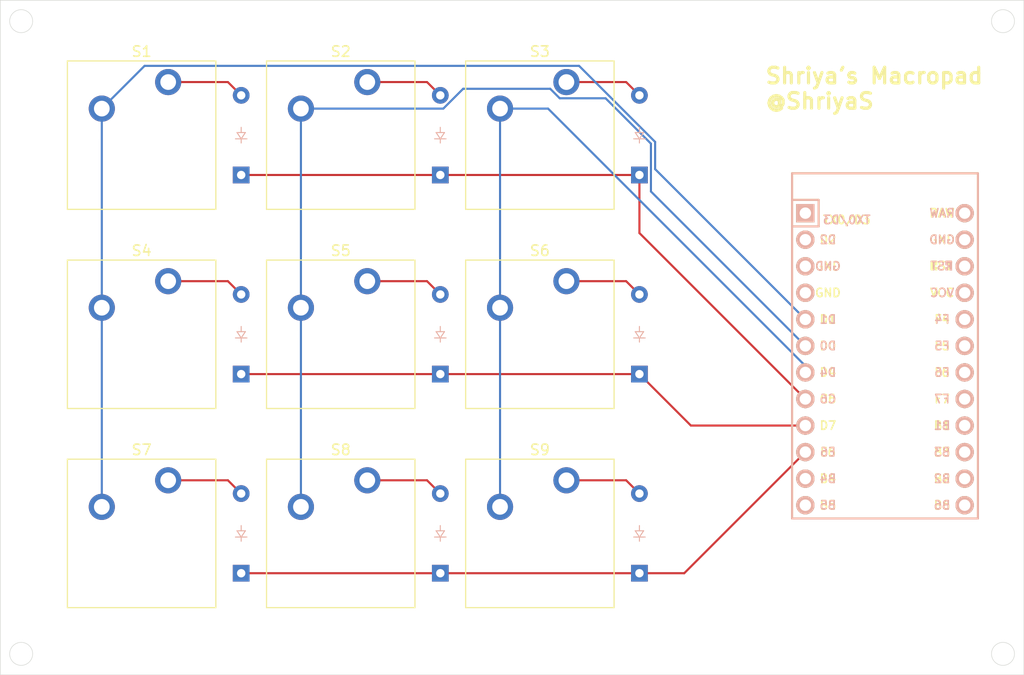
<source format=kicad_pcb>
(kicad_pcb (version 20241229) (generator "pcbnew") (generator_version "9.0")
  (layers (0 "F.Cu" signal) (2 "B.Cu" signal) (13 "F.Paste" user) (15 "B.Paste" user) (5 "F.SilkS" user "F.Silkscreen") (7 "B.SilkS" user "B.Silkscreen") (1 "F.Mask" user) (3 "B.Mask" user) (25 "Edge.Cuts" user))
  (net 0 "")
  (net 1 "Net-(D1-A)")
  (net 2 "Column 0")
  (net 3 "Column 1")
  (net 4 "Net-(D2-A)")
  (net 5 "Net-(D3-A)")
  (net 6 "Column 2")
  (net 7 "Net-(D4-A)")
  (net 8 "Net-(D5-A)")
  (net 9 "Net-(D6-A)")
  (net 10 "Net-(D7-A)")
  (net 11 "Net-(D8-A)")
  (net 12 "Net-(D9-A)")
  (net 22 "Row 1")
  (net 25 "Row 2")
  (net 33 "Row 0")
  (footprint "ScottoKeebs_MX:MX_PCB_1.00u" (layer "F.Cu") (at 100.33 95.25)
    (property "Reference" "S4" (at 0 -8 0) (layer "F.SilkS"))
    (property "Value" "Keyswitch")
    (fp_line (start -7.1 -7.1) (end -7.1 7.1) (stroke (width 0.12)) (layer "F.SilkS"))
    (fp_line (start -7.1 7.1) (end 7.1 7.1) (stroke (width 0.12)) (layer "F.SilkS"))
    (fp_line (start 7.1 -7.1) (end -7.1 -7.1) (stroke (width 0.12)) (layer "F.SilkS"))
    (fp_line (start 7.1 7.1) (end 7.1 -7.1) (stroke (width 0.12)) (layer "F.SilkS"))
    (pad "" np_thru_hole circle (at -5.08 0) (size 1.75 1.75) (drill 1.75) (layers "*.Cu" "*.Mask"))
    (pad "" np_thru_hole circle (at 0 0) (size 4 4) (drill 4) (layers "*.Cu" "*.Mask"))
    (pad "" np_thru_hole circle (at 5.08 0) (size 1.75 1.75) (drill 1.75) (layers "*.Cu" "*.Mask"))
    (pad "1" thru_hole circle (at -3.81 -2.54) (size 2.5 2.5) (drill 1.5) (layers "*.Cu" "*.Mask") (net 2 "Column 0"))
    (pad "2" thru_hole circle (at 2.54 -5.08) (size 2.5 2.5) (drill 1.5) (layers "*.Cu" "*.Mask") (net 7 "Net-(D4-A)"))
  )
  (footprint "ScottoKeebs_MX:MX_PCB_1.00u" (layer "F.Cu") (at 138.43 95.25)
    (property "Reference" "S6" (at 0 -8 0) (layer "F.SilkS"))
    (property "Value" "Keyswitch")
    (fp_line (start -7.1 -7.1) (end -7.1 7.1) (stroke (width 0.12)) (layer "F.SilkS"))
    (fp_line (start -7.1 7.1) (end 7.1 7.1) (stroke (width 0.12)) (layer "F.SilkS"))
    (fp_line (start 7.1 -7.1) (end -7.1 -7.1) (stroke (width 0.12)) (layer "F.SilkS"))
    (fp_line (start 7.1 7.1) (end 7.1 -7.1) (stroke (width 0.12)) (layer "F.SilkS"))
    (pad "" np_thru_hole circle (at -5.08 0) (size 1.75 1.75) (drill 1.75) (layers "*.Cu" "*.Mask"))
    (pad "" np_thru_hole circle (at 0 0) (size 4 4) (drill 4) (layers "*.Cu" "*.Mask"))
    (pad "" np_thru_hole circle (at 5.08 0) (size 1.75 1.75) (drill 1.75) (layers "*.Cu" "*.Mask"))
    (pad "1" thru_hole circle (at -3.81 -2.54) (size 2.5 2.5) (drill 1.5) (layers "*.Cu" "*.Mask") (net 6 "Column 2"))
    (pad "2" thru_hole circle (at 2.54 -5.08) (size 2.5 2.5) (drill 1.5) (layers "*.Cu" "*.Mask") (net 9 "Net-(D6-A)"))
  )
  (footprint "ScottoKeebs_MX:MX_PCB_1.00u" (layer "F.Cu") (at 138.43 114.3)
    (property "Reference" "S9" (at 0 -8 0) (layer "F.SilkS"))
    (property "Value" "Keyswitch")
    (fp_line (start -7.1 -7.1) (end -7.1 7.1) (stroke (width 0.12)) (layer "F.SilkS"))
    (fp_line (start -7.1 7.1) (end 7.1 7.1) (stroke (width 0.12)) (layer "F.SilkS"))
    (fp_line (start 7.1 -7.1) (end -7.1 -7.1) (stroke (width 0.12)) (layer "F.SilkS"))
    (fp_line (start 7.1 7.1) (end 7.1 -7.1) (stroke (width 0.12)) (layer "F.SilkS"))
    (pad "" np_thru_hole circle (at -5.08 0) (size 1.75 1.75) (drill 1.75) (layers "*.Cu" "*.Mask"))
    (pad "" np_thru_hole circle (at 0 0) (size 4 4) (drill 4) (layers "*.Cu" "*.Mask"))
    (pad "" np_thru_hole circle (at 5.08 0) (size 1.75 1.75) (drill 1.75) (layers "*.Cu" "*.Mask"))
    (pad "1" thru_hole circle (at -3.81 -2.54) (size 2.5 2.5) (drill 1.5) (layers "*.Cu" "*.Mask") (net 6 "Column 2"))
    (pad "2" thru_hole circle (at 2.54 -5.08) (size 2.5 2.5) (drill 1.5) (layers "*.Cu" "*.Mask") (net 12 "Net-(D9-A)"))
  )
  (footprint "ScottoKeebs_MX:MX_PCB_1.00u" (layer "F.Cu") (at 119.38 95.25)
    (property "Reference" "S5" (at 0 -8 0) (layer "F.SilkS"))
    (property "Value" "Keyswitch")
    (fp_line (start -7.1 -7.1) (end -7.1 7.1) (stroke (width 0.12)) (layer "F.SilkS"))
    (fp_line (start -7.1 7.1) (end 7.1 7.1) (stroke (width 0.12)) (layer "F.SilkS"))
    (fp_line (start 7.1 -7.1) (end -7.1 -7.1) (stroke (width 0.12)) (layer "F.SilkS"))
    (fp_line (start 7.1 7.1) (end 7.1 -7.1) (stroke (width 0.12)) (layer "F.SilkS"))
    (pad "" np_thru_hole circle (at -5.08 0) (size 1.75 1.75) (drill 1.75) (layers "*.Cu" "*.Mask"))
    (pad "" np_thru_hole circle (at 0 0) (size 4 4) (drill 4) (layers "*.Cu" "*.Mask"))
    (pad "" np_thru_hole circle (at 5.08 0) (size 1.75 1.75) (drill 1.75) (layers "*.Cu" "*.Mask"))
    (pad "1" thru_hole circle (at -3.81 -2.54) (size 2.5 2.5) (drill 1.5) (layers "*.Cu" "*.Mask") (net 3 "Column 1"))
    (pad "2" thru_hole circle (at 2.54 -5.08) (size 2.5 2.5) (drill 1.5) (layers "*.Cu" "*.Mask") (net 8 "Net-(D5-A)"))
  )
  (footprint "ScottoKeebs_MX:MX_PCB_1.00u" (layer "F.Cu") (at 119.38 76.2)
    (property "Reference" "S2" (at 0 -8 0) (layer "F.SilkS"))
    (property "Value" "Keyswitch")
    (fp_line (start -7.1 -7.1) (end -7.1 7.1) (stroke (width 0.12)) (layer "F.SilkS"))
    (fp_line (start -7.1 7.1) (end 7.1 7.1) (stroke (width 0.12)) (layer "F.SilkS"))
    (fp_line (start 7.1 -7.1) (end -7.1 -7.1) (stroke (width 0.12)) (layer "F.SilkS"))
    (fp_line (start 7.1 7.1) (end 7.1 -7.1) (stroke (width 0.12)) (layer "F.SilkS"))
    (pad "" np_thru_hole circle (at -5.08 0) (size 1.75 1.75) (drill 1.75) (layers "*.Cu" "*.Mask"))
    (pad "" np_thru_hole circle (at 0 0) (size 4 4) (drill 4) (layers "*.Cu" "*.Mask"))
    (pad "" np_thru_hole circle (at 5.08 0) (size 1.75 1.75) (drill 1.75) (layers "*.Cu" "*.Mask"))
    (pad "1" thru_hole circle (at -3.81 -2.54) (size 2.5 2.5) (drill 1.5) (layers "*.Cu" "*.Mask") (net 3 "Column 1"))
    (pad "2" thru_hole circle (at 2.54 -5.08) (size 2.5 2.5) (drill 1.5) (layers "*.Cu" "*.Mask") (net 4 "Net-(D2-A)"))
  )
  (footprint "ScottoKeebs_MCU:Arduino_Pro_Micro" (layer "F.Cu") (at 171.45 97.63125)
    (property "Reference" "U1" (hide yes))
    (property "Value" "Arduino_Pro_Micro" (hide yes))
    (fp_line (start -8.89 -17.78) (end -8.89 15.24) (stroke (width 0.2)) (layer "F.SilkS"))
    (fp_line (start -8.89 15.24) (end 8.89 15.24) (stroke (width 0.2)) (layer "F.SilkS"))
    (fp_line (start -6.35 -15.24) (end -8.89 -15.24) (stroke (width 0.2)) (layer "F.SilkS"))
    (fp_line (start -6.35 -15.24) (end -6.35 -12.7) (stroke (width 0.2)) (layer "F.SilkS"))
    (fp_line (start -6.35 -12.7) (end -8.89 -12.7) (stroke (width 0.2)) (layer "F.SilkS"))
    (fp_line (start 8.89 -17.78) (end -8.89 -17.78) (stroke (width 0.2)) (layer "F.SilkS"))
    (fp_line (start 8.89 15.24) (end 8.89 -17.78) (stroke (width 0.2)) (layer "F.SilkS"))
    (fp_poly (pts (xy 4.531568 -9.36064) (xy 4.531568 -8.56064) (xy 4.431568 -8.56064) (xy 4.431568 -9.36064)) (stroke (width 0.15)) (fill yes) (layer "F.SilkS"))
    (fp_poly (pts (xy 4.731568 -8.96064) (xy 4.731568 -8.86064) (xy 4.631568 -8.86064) (xy 4.631568 -8.96064)) (stroke (width 0.15)) (fill yes) (layer "F.SilkS"))
    (fp_poly (pts (xy 4.931568 -9.36064) (xy 4.931568 -9.26064) (xy 4.431568 -9.26064) (xy 4.431568 -9.36064)) (stroke (width 0.15)) (fill yes) (layer "F.SilkS"))
    (fp_poly (pts (xy 4.931568 -9.36064) (xy 4.931568 -9.06064) (xy 4.831568 -9.06064) (xy 4.831568 -9.36064)) (stroke (width 0.15)) (fill yes) (layer "F.SilkS"))
    (fp_poly (pts (xy 4.931568 -8.76064) (xy 4.931568 -8.56064) (xy 4.831568 -8.56064) (xy 4.831568 -8.76064)) (stroke (width 0.15)) (fill yes) (layer "F.SilkS"))
    (fp_line (start -8.89 -17.78) (end -8.89 15.24) (stroke (width 0.2)) (layer "B.SilkS"))
    (fp_line (start -8.89 15.24) (end 8.89 15.24) (stroke (width 0.2)) (layer "B.SilkS"))
    (fp_line (start -6.35 -15.24) (end -8.89 -15.24) (stroke (width 0.2)) (layer "B.SilkS"))
    (fp_line (start -6.35 -15.24) (end -6.35 -12.7) (stroke (width 0.2)) (layer "B.SilkS"))
    (fp_line (start -6.35 -12.7) (end -8.89 -12.7) (stroke (width 0.2)) (layer "B.SilkS"))
    (fp_line (start 8.89 -17.78) (end -8.89 -17.78) (stroke (width 0.2)) (layer "B.SilkS"))
    (fp_line (start 8.89 15.24) (end 8.89 -17.78) (stroke (width 0.2)) (layer "B.SilkS"))
    (fp_poly (pts (xy 5.844635 -9.35097) (xy 5.844635 -9.25097) (xy 6.344635 -9.25097) (xy 6.344635 -9.35097)) (stroke (width 0.15)) (fill yes) (layer "B.SilkS"))
    (fp_poly (pts (xy 5.844635 -9.35097) (xy 5.844635 -9.05097) (xy 5.944635 -9.05097) (xy 5.944635 -9.35097)) (stroke (width 0.15)) (fill yes) (layer "B.SilkS"))
    (fp_poly (pts (xy 5.844635 -8.75097) (xy 5.844635 -8.55097) (xy 5.944635 -8.55097) (xy 5.944635 -8.75097)) (stroke (width 0.15)) (fill yes) (layer "B.SilkS"))
    (fp_poly (pts (xy 6.044635 -8.95097) (xy 6.044635 -8.85097) (xy 6.144635 -8.85097) (xy 6.144635 -8.95097)) (stroke (width 0.15)) (fill yes) (layer "B.SilkS"))
    (fp_poly (pts (xy 6.244635 -9.35097) (xy 6.244635 -8.55097) (xy 6.344635 -8.55097) (xy 6.344635 -9.35097)) (stroke (width 0.15)) (fill yes) (layer "B.SilkS"))
    (fp_text user "D7" (at -5.461 6.35 0) (layer "F.SilkS") (effects (font (size 0.8 0.8))))
    (fp_text user "C6" (at -5.461 3.81 0) (layer "F.SilkS") (effects (font (size 0.8 0.8))))
    (fp_text user "E6" (at -5.461 8.89 0) (layer "F.SilkS") (effects (font (size 0.8 0.8))))
    (fp_text user "TX0/D3" (at -3.66 -13.33125 0) (layer "F.SilkS") (effects (font (size 0.8 0.8))))
    (fp_text user "D0" (at -5.461 -1.27 0) (layer "F.SilkS") (effects (font (size 0.8 0.8))))
    (fp_text user "B3" (at 5.461 8.89 0) (layer "F.SilkS") (effects (font (size 0.8 0.8))))
    (fp_text user "F4" (at 5.461 -3.81 0) (layer "F.SilkS") (effects (font (size 0.8 0.8))))
    (fp_text user "VCC" (at 5.461 -6.35 0) (layer "F.SilkS") (effects (font (size 0.8 0.8))))
    (fp_text user "B5" (at -5.461 13.97 0) (layer "F.SilkS") (effects (font (size 0.8 0.8))))
    (fp_text user "F6" (at 5.461 1.27 0) (layer "F.SilkS") (effects (font (size 0.8 0.8))))
    (fp_text user "B2" (at 5.461 11.43 0) (layer "F.SilkS") (effects (font (size 0.8 0.8))))
    (fp_text user "F7" (at 5.461 3.81 0) (layer "F.SilkS") (effects (font (size 0.8 0.8))))
    (fp_text user "GND" (at -5.461 -6.35 0) (layer "F.SilkS") (effects (font (size 0.8 0.8))))
    (fp_text user "B4" (at -5.461 11.43 0) (layer "F.SilkS") (effects (font (size 0.8 0.8))))
    (fp_text user "GND" (at 5.461 -11.43 0) (layer "F.SilkS") (effects (font (size 0.8 0.8))))
    (fp_text user "D4" (at -5.461 1.27 0) (layer "F.SilkS") (effects (font (size 0.8 0.8))))
    (fp_text user "B6" (at 5.461 13.97 0) (layer "F.SilkS") (effects (font (size 0.8 0.8))))
    (fp_text user "B1" (at 5.461 6.35 0) (layer "F.SilkS") (effects (font (size 0.8 0.8))))
    (fp_text user "ST" (at 5.73312 -8.92 0) (layer "F.SilkS") (effects (font (size 0.8 0.8))))
    (fp_text user "D1" (at -5.461 -3.81 0) (layer "F.SilkS") (effects (font (size 0.8 0.8))))
    (fp_text user "GND" (at -5.461 -8.89 0) (layer "F.SilkS") (effects (font (size 0.8 0.8))))
    (fp_text user "F5" (at 5.461 -1.27 0) (layer "F.SilkS") (effects (font (size 0.8 0.8))))
    (fp_text user "D2" (at -5.461 -11.43 0) (layer "F.SilkS") (effects (font (size 0.8 0.8))))
    (fp_text user "RAW" (at 5.461 -13.97 0) (layer "F.SilkS") (effects (font (size 0.8 0.8))))
    (fp_text user "B2" (at 5.461 11.43 0) (layer "B.SilkS") (effects (font (size 0.8 0.8)) (justify mirror)))
    (fp_text user "GND" (at -5.461 -8.89 0) (layer "B.SilkS") (effects (font (size 0.8 0.8)) (justify mirror)))
    (fp_text user "D1" (at -5.461 -3.81 0) (layer "B.SilkS") (effects (font (size 0.8 0.8)) (justify mirror)))
    (fp_text user "D0" (at -5.461 -1.27 0) (layer "B.SilkS") (effects (font (size 0.8 0.8)) (justify mirror)))
    (fp_text user "F6" (at 5.461 1.27 0) (layer "B.SilkS") (effects (font (size 0.8 0.8)) (justify mirror)))
    (fp_text user "B1" (at 5.461 6.35 0) (layer "B.SilkS") (effects (font (size 0.8 0.8)) (justify mirror)))
    (fp_text user "D4" (at -5.461 1.27 0) (layer "B.SilkS") (effects (font (size 0.8 0.8)) (justify mirror)))
    (fp_text user "C6" (at -5.461 3.81 0) (layer "B.SilkS") (effects (font (size 0.8 0.8)) (justify mirror)))
    (fp_text user "TX0/D3" (at -3.66 -13.33125 0) (layer "B.SilkS") (effects (font (size 0.8 0.8)) (justify mirror)))
    (fp_text user "ST" (at 5.04 -8.91 0) (layer "B.SilkS") (effects (font (size 0.8 0.8)) (justify mirror)))
    (fp_text user "B3" (at 5.461 8.89 0) (layer "B.SilkS") (effects (font (size 0.8 0.8)) (justify mirror)))
    (fp_text user "F7" (at 5.461 3.81 0) (layer "B.SilkS") (effects (font (size 0.8 0.8)) (justify mirror)))
    (fp_text user "GND" (at 5.461 -11.43 0) (layer "B.SilkS") (effects (font (size 0.8 0.8)) (justify mirror)))
    (fp_text user "B5" (at -5.461 13.97 0) (layer "B.SilkS") (effects (font (size 0.8 0.8)) (justify mirror)))
    (fp_text user "F5" (at 5.461 -1.27 0) (layer "B.SilkS") (effects (font (size 0.8 0.8)) (justify mirror)))
    (fp_text user "D2" (at -5.461 -11.43 0) (layer "B.SilkS") (effects (font (size 0.8 0.8)) (justify mirror)))
    (fp_text user "B4" (at -5.461 11.43 0) (layer "B.SilkS") (effects (font (size 0.8 0.8)) (justify mirror)))
    (fp_text user "E6" (at -5.461 8.89 0) (layer "B.SilkS") (effects (font (size 0.8 0.8)) (justify mirror)))
    (fp_text user "F4" (at 5.461 -3.81 0) (layer "B.SilkS") (effects (font (size 0.8 0.8)) (justify mirror)))
    (fp_text user "RAW" (at 5.461 -13.97 0) (layer "B.SilkS") (effects (font (size 0.8 0.8)) (justify mirror)))
    (fp_text user "B6" (at 5.461 13.97 0) (layer "B.SilkS") (effects (font (size 0.8 0.8)) (justify mirror)))
    (fp_text user "VCC" (at 5.461 -6.35 0) (layer "B.SilkS") (effects (font (size 0.8 0.8)) (justify mirror)))
    (pad "1" thru_hole rect (at -7.62 -13.97 270) (size 1.7526 1.7526) (drill 1.0922) (layers "*.Cu" "*.SilkS" "*.Mask"))
    (pad "2" thru_hole circle (at -7.62 -11.43 270) (size 1.7526 1.7526) (drill 1.0922) (layers "*.Cu" "*.SilkS" "*.Mask"))
    (pad "3" thru_hole circle (at -7.62 -8.89 270) (size 1.7526 1.7526) (drill 1.0922) (layers "*.Cu" "*.SilkS" "*.Mask"))
    (pad "4" thru_hole circle (at -7.62 -6.35 270) (size 1.7526 1.7526) (drill 1.0922) (layers "*.Cu" "*.SilkS" "*.Mask"))
    (pad "5" thru_hole circle (at -7.62 -3.81 270) (size 1.7526 1.7526) (drill 1.0922) (layers "*.Cu" "*.SilkS" "*.Mask") (net 2 "Column 0"))
    (pad "6" thru_hole circle (at -7.62 -1.27 270) (size 1.7526 1.7526) (drill 1.0922) (layers "*.Cu" "*.SilkS" "*.Mask") (net 3 "Column 1"))
    (pad "7" thru_hole circle (at -7.62 1.27 270) (size 1.7526 1.7526) (drill 1.0922) (layers "*.Cu" "*.SilkS" "*.Mask") (net 6 "Column 2"))
    (pad "8" thru_hole circle (at -7.62 3.81 270) (size 1.7526 1.7526) (drill 1.0922) (layers "*.Cu" "*.SilkS" "*.Mask") (net 33 "Row 0"))
    (pad "9" thru_hole circle (at -7.62 6.35 270) (size 1.7526 1.7526) (drill 1.0922) (layers "*.Cu" "*.SilkS" "*.Mask") (net 22 "Row 1"))
    (pad "10" thru_hole circle (at -7.62 8.89 270) (size 1.7526 1.7526) (drill 1.0922) (layers "*.Cu" "*.SilkS" "*.Mask") (net 25 "Row 2"))
    (pad "11" thru_hole circle (at -7.62 11.43 270) (size 1.7526 1.7526) (drill 1.0922) (layers "*.Cu" "*.SilkS" "*.Mask"))
    (pad "12" thru_hole circle (at -7.62 13.97 270) (size 1.7526 1.7526) (drill 1.0922) (layers "*.Cu" "*.SilkS" "*.Mask"))
    (pad "13" thru_hole circle (at 7.62 13.97 270) (size 1.7526 1.7526) (drill 1.0922) (layers "*.Cu" "*.SilkS" "*.Mask"))
    (pad "14" thru_hole circle (at 7.62 11.43 270) (size 1.7526 1.7526) (drill 1.0922) (layers "*.Cu" "*.SilkS" "*.Mask"))
    (pad "15" thru_hole circle (at 7.62 8.89 270) (size 1.7526 1.7526) (drill 1.0922) (layers "*.Cu" "*.SilkS" "*.Mask"))
    (pad "16" thru_hole circle (at 7.62 6.35 270) (size 1.7526 1.7526) (drill 1.0922) (layers "*.Cu" "*.SilkS" "*.Mask"))
    (pad "17" thru_hole circle (at 7.62 3.81 270) (size 1.7526 1.7526) (drill 1.0922) (layers "*.Cu" "*.SilkS" "*.Mask"))
    (pad "18" thru_hole circle (at 7.62 1.27 270) (size 1.7526 1.7526) (drill 1.0922) (layers "*.Cu" "*.SilkS" "*.Mask"))
    (pad "19" thru_hole circle (at 7.62 -1.27 270) (size 1.7526 1.7526) (drill 1.0922) (layers "*.Cu" "*.SilkS" "*.Mask"))
    (pad "20" thru_hole circle (at 7.62 -3.81 270) (size 1.7526 1.7526) (drill 1.0922) (layers "*.Cu" "*.SilkS" "*.Mask"))
    (pad "21" thru_hole circle (at 7.62 -6.35 270) (size 1.7526 1.7526) (drill 1.0922) (layers "*.Cu" "*.SilkS" "*.Mask"))
    (pad "22" thru_hole circle (at 7.62 -8.89 270) (size 1.7526 1.7526) (drill 1.0922) (layers "*.Cu" "*.SilkS" "*.Mask"))
    (pad "23" thru_hole circle (at 7.62 -11.43 270) (size 1.7526 1.7526) (drill 1.0922) (layers "*.Cu" "*.SilkS" "*.Mask"))
    (pad "24" thru_hole circle (at 7.62 -13.97 270) (size 1.7526 1.7526) (drill 1.0922) (layers "*.Cu" "*.SilkS" "*.Mask"))
  )
  (footprint "ScottoKeebs_MX:MX_PCB_1.00u" (layer "F.Cu") (at 119.38 114.3)
    (property "Reference" "S8" (at 0 -8 0) (layer "F.SilkS"))
    (property "Value" "Keyswitch")
    (fp_line (start -7.1 -7.1) (end -7.1 7.1) (stroke (width 0.12)) (layer "F.SilkS"))
    (fp_line (start -7.1 7.1) (end 7.1 7.1) (stroke (width 0.12)) (layer "F.SilkS"))
    (fp_line (start 7.1 -7.1) (end -7.1 -7.1) (stroke (width 0.12)) (layer "F.SilkS"))
    (fp_line (start 7.1 7.1) (end 7.1 -7.1) (stroke (width 0.12)) (layer "F.SilkS"))
    (pad "" np_thru_hole circle (at -5.08 0) (size 1.75 1.75) (drill 1.75) (layers "*.Cu" "*.Mask"))
    (pad "" np_thru_hole circle (at 0 0) (size 4 4) (drill 4) (layers "*.Cu" "*.Mask"))
    (pad "" np_thru_hole circle (at 5.08 0) (size 1.75 1.75) (drill 1.75) (layers "*.Cu" "*.Mask"))
    (pad "1" thru_hole circle (at -3.81 -2.54) (size 2.5 2.5) (drill 1.5) (layers "*.Cu" "*.Mask") (net 3 "Column 1"))
    (pad "2" thru_hole circle (at 2.54 -5.08) (size 2.5 2.5) (drill 1.5) (layers "*.Cu" "*.Mask") (net 11 "Net-(D8-A)"))
  )
  (footprint "ScottoKeebs_MX:MX_PCB_1.00u" (layer "F.Cu") (at 100.33 114.3)
    (property "Reference" "S7" (at 0 -8 0) (layer "F.SilkS"))
    (property "Value" "Keyswitch")
    (fp_line (start -7.1 -7.1) (end -7.1 7.1) (stroke (width 0.12)) (layer "F.SilkS"))
    (fp_line (start -7.1 7.1) (end 7.1 7.1) (stroke (width 0.12)) (layer "F.SilkS"))
    (fp_line (start 7.1 -7.1) (end -7.1 -7.1) (stroke (width 0.12)) (layer "F.SilkS"))
    (fp_line (start 7.1 7.1) (end 7.1 -7.1) (stroke (width 0.12)) (layer "F.SilkS"))
    (pad "" np_thru_hole circle (at -5.08 0) (size 1.75 1.75) (drill 1.75) (layers "*.Cu" "*.Mask"))
    (pad "" np_thru_hole circle (at 0 0) (size 4 4) (drill 4) (layers "*.Cu" "*.Mask"))
    (pad "" np_thru_hole circle (at 5.08 0) (size 1.75 1.75) (drill 1.75) (layers "*.Cu" "*.Mask"))
    (pad "1" thru_hole circle (at -3.81 -2.54) (size 2.5 2.5) (drill 1.5) (layers "*.Cu" "*.Mask") (net 2 "Column 0"))
    (pad "2" thru_hole circle (at 2.54 -5.08) (size 2.5 2.5) (drill 1.5) (layers "*.Cu" "*.Mask") (net 10 "Net-(D7-A)"))
  )
  (footprint "ScottoKeebs_MX:MX_PCB_1.00u" (layer "F.Cu") (at 138.43 76.2)
    (property "Reference" "S3" (at 0 -8 0) (layer "F.SilkS"))
    (property "Value" "Keyswitch")
    (fp_line (start -7.1 -7.1) (end -7.1 7.1) (stroke (width 0.12)) (layer "F.SilkS"))
    (fp_line (start -7.1 7.1) (end 7.1 7.1) (stroke (width 0.12)) (layer "F.SilkS"))
    (fp_line (start 7.1 -7.1) (end -7.1 -7.1) (stroke (width 0.12)) (layer "F.SilkS"))
    (fp_line (start 7.1 7.1) (end 7.1 -7.1) (stroke (width 0.12)) (layer "F.SilkS"))
    (pad "" np_thru_hole circle (at -5.08 0) (size 1.75 1.75) (drill 1.75) (layers "*.Cu" "*.Mask"))
    (pad "" np_thru_hole circle (at 0 0) (size 4 4) (drill 4) (layers "*.Cu" "*.Mask"))
    (pad "" np_thru_hole circle (at 5.08 0) (size 1.75 1.75) (drill 1.75) (layers "*.Cu" "*.Mask"))
    (pad "1" thru_hole circle (at -3.81 -2.54) (size 2.5 2.5) (drill 1.5) (layers "*.Cu" "*.Mask") (net 6 "Column 2"))
    (pad "2" thru_hole circle (at 2.54 -5.08) (size 2.5 2.5) (drill 1.5) (layers "*.Cu" "*.Mask") (net 5 "Net-(D3-A)"))
  )
  (footprint "ScottoKeebs_MX:MX_PCB_1.00u" (layer "F.Cu") (at 100.33 76.2)
    (property "Reference" "S1" (at 0 -8 0) (layer "F.SilkS"))
    (property "Value" "Keyswitch")
    (fp_line (start -7.1 -7.1) (end -7.1 7.1) (stroke (width 0.12)) (layer "F.SilkS"))
    (fp_line (start -7.1 7.1) (end 7.1 7.1) (stroke (width 0.12)) (layer "F.SilkS"))
    (fp_line (start 7.1 -7.1) (end -7.1 -7.1) (stroke (width 0.12)) (layer "F.SilkS"))
    (fp_line (start 7.1 7.1) (end 7.1 -7.1) (stroke (width 0.12)) (layer "F.SilkS"))
    (pad "" np_thru_hole circle (at -5.08 0) (size 1.75 1.75) (drill 1.75) (layers "*.Cu" "*.Mask"))
    (pad "" np_thru_hole circle (at 0 0) (size 4 4) (drill 4) (layers "*.Cu" "*.Mask"))
    (pad "" np_thru_hole circle (at 5.08 0) (size 1.75 1.75) (drill 1.75) (layers "*.Cu" "*.Mask"))
    (pad "1" thru_hole circle (at -3.81 -2.54) (size 2.5 2.5) (drill 1.5) (layers "*.Cu" "*.Mask") (net 2 "Column 0"))
    (pad "2" thru_hole circle (at 2.54 -5.08) (size 2.5 2.5) (drill 1.5) (layers "*.Cu" "*.Mask") (net 1 "Net-(D1-A)"))
  )
  (footprint "ScottoKeebs_Components:Diode_DO-35" (layer "B.Cu") (at 109.855 118.11 90)
    (property "Reference" "D7" (hide yes))
    (property "Value" "Diode" (hide yes))
    (fp_line (start 4.06 -0.4) (end 3.46 0) (stroke (width 0.1)) (layer "B.SilkS"))
    (fp_line (start 4.06 0) (end 4.56 0) (stroke (width 0.1)) (layer "B.SilkS"))
    (fp_line (start 3.46 0) (end 4.06 0.4) (stroke (width 0.1)) (layer "B.SilkS"))
    (fp_line (start 3.06 0) (end 3.46 0) (stroke (width 0.1)) (layer "B.SilkS"))
    (fp_line (start 4.06 0.4) (end 4.06 -0.4) (stroke (width 0.1)) (layer "B.SilkS"))
    (fp_line (start 3.46 0.55) (end 3.46 -0.55) (stroke (width 0.1)) (layer "B.SilkS"))
    (pad "1" thru_hole rect (at 0 0 90) (size 1.6 1.6) (drill 0.8) (layers "*.Cu" "*.Mask") (net 25 "Row 2"))
    (pad "2" thru_hole oval (at 7.62 0 90) (size 1.6 1.6) (drill 0.8) (layers "*.Cu" "*.Mask") (net 10 "Net-(D7-A)"))
  )
  (footprint "ScottoKeebs_Components:Diode_DO-35" (layer "B.Cu") (at 147.955 80.01 90)
    (property "Reference" "D3" (hide yes))
    (property "Value" "Diode" (hide yes))
    (fp_line (start 4.06 -0.4) (end 3.46 0) (stroke (width 0.1)) (layer "B.SilkS"))
    (fp_line (start 4.06 0) (end 4.56 0) (stroke (width 0.1)) (layer "B.SilkS"))
    (fp_line (start 3.46 0) (end 4.06 0.4) (stroke (width 0.1)) (layer "B.SilkS"))
    (fp_line (start 3.06 0) (end 3.46 0) (stroke (width 0.1)) (layer "B.SilkS"))
    (fp_line (start 4.06 0.4) (end 4.06 -0.4) (stroke (width 0.1)) (layer "B.SilkS"))
    (fp_line (start 3.46 0.55) (end 3.46 -0.55) (stroke (width 0.1)) (layer "B.SilkS"))
    (pad "1" thru_hole rect (at 0 0 90) (size 1.6 1.6) (drill 0.8) (layers "*.Cu" "*.Mask") (net 33 "Row 0"))
    (pad "2" thru_hole oval (at 7.62 0 90) (size 1.6 1.6) (drill 0.8) (layers "*.Cu" "*.Mask") (net 5 "Net-(D3-A)"))
  )
  (footprint "ScottoKeebs_Components:Diode_DO-35" (layer "B.Cu") (at 128.905 80.01 90)
    (property "Reference" "D2" (hide yes))
    (property "Value" "Diode" (hide yes))
    (fp_line (start 4.06 -0.4) (end 3.46 0) (stroke (width 0.1)) (layer "B.SilkS"))
    (fp_line (start 4.06 0) (end 4.56 0) (stroke (width 0.1)) (layer "B.SilkS"))
    (fp_line (start 3.46 0) (end 4.06 0.4) (stroke (width 0.1)) (layer "B.SilkS"))
    (fp_line (start 3.06 0) (end 3.46 0) (stroke (width 0.1)) (layer "B.SilkS"))
    (fp_line (start 4.06 0.4) (end 4.06 -0.4) (stroke (width 0.1)) (layer "B.SilkS"))
    (fp_line (start 3.46 0.55) (end 3.46 -0.55) (stroke (width 0.1)) (layer "B.SilkS"))
    (pad "1" thru_hole rect (at 0 0 90) (size 1.6 1.6) (drill 0.8) (layers "*.Cu" "*.Mask") (net 33 "Row 0"))
    (pad "2" thru_hole oval (at 7.62 0 90) (size 1.6 1.6) (drill 0.8) (layers "*.Cu" "*.Mask") (net 4 "Net-(D2-A)"))
  )
  (footprint "ScottoKeebs_Components:Diode_DO-35" (layer "B.Cu") (at 128.905 99.06 90)
    (property "Reference" "D5" (hide yes))
    (property "Value" "Diode" (hide yes))
    (fp_line (start 4.06 -0.4) (end 3.46 0) (stroke (width 0.1)) (layer "B.SilkS"))
    (fp_line (start 4.06 0) (end 4.56 0) (stroke (width 0.1)) (layer "B.SilkS"))
    (fp_line (start 3.46 0) (end 4.06 0.4) (stroke (width 0.1)) (layer "B.SilkS"))
    (fp_line (start 3.06 0) (end 3.46 0) (stroke (width 0.1)) (layer "B.SilkS"))
    (fp_line (start 4.06 0.4) (end 4.06 -0.4) (stroke (width 0.1)) (layer "B.SilkS"))
    (fp_line (start 3.46 0.55) (end 3.46 -0.55) (stroke (width 0.1)) (layer "B.SilkS"))
    (pad "1" thru_hole rect (at 0 0 90) (size 1.6 1.6) (drill 0.8) (layers "*.Cu" "*.Mask") (net 22 "Row 1"))
    (pad "2" thru_hole oval (at 7.62 0 90) (size 1.6 1.6) (drill 0.8) (layers "*.Cu" "*.Mask") (net 8 "Net-(D5-A)"))
  )
  (footprint "ScottoKeebs_Components:Diode_DO-35" (layer "B.Cu") (at 128.905 118.11 90)
    (property "Reference" "D8" (hide yes))
    (property "Value" "Diode" (hide yes))
    (fp_line (start 4.06 -0.4) (end 3.46 0) (stroke (width 0.1)) (layer "B.SilkS"))
    (fp_line (start 4.06 0) (end 4.56 0) (stroke (width 0.1)) (layer "B.SilkS"))
    (fp_line (start 3.46 0) (end 4.06 0.4) (stroke (width 0.1)) (layer "B.SilkS"))
    (fp_line (start 3.06 0) (end 3.46 0) (stroke (width 0.1)) (layer "B.SilkS"))
    (fp_line (start 4.06 0.4) (end 4.06 -0.4) (stroke (width 0.1)) (layer "B.SilkS"))
    (fp_line (start 3.46 0.55) (end 3.46 -0.55) (stroke (width 0.1)) (layer "B.SilkS"))
    (pad "1" thru_hole rect (at 0 0 90) (size 1.6 1.6) (drill 0.8) (layers "*.Cu" "*.Mask") (net 25 "Row 2"))
    (pad "2" thru_hole oval (at 7.62 0 90) (size 1.6 1.6) (drill 0.8) (layers "*.Cu" "*.Mask") (net 11 "Net-(D8-A)"))
  )
  (footprint "ScottoKeebs_Components:Diode_DO-35" (layer "B.Cu") (at 109.855 99.06 90)
    (property "Reference" "D4" (hide yes))
    (property "Value" "Diode" (hide yes))
    (fp_line (start 4.06 -0.4) (end 3.46 0) (stroke (width 0.1)) (layer "B.SilkS"))
    (fp_line (start 4.06 0) (end 4.56 0) (stroke (width 0.1)) (layer "B.SilkS"))
    (fp_line (start 3.46 0) (end 4.06 0.4) (stroke (width 0.1)) (layer "B.SilkS"))
    (fp_line (start 3.06 0) (end 3.46 0) (stroke (width 0.1)) (layer "B.SilkS"))
    (fp_line (start 4.06 0.4) (end 4.06 -0.4) (stroke (width 0.1)) (layer "B.SilkS"))
    (fp_line (start 3.46 0.55) (end 3.46 -0.55) (stroke (width 0.1)) (layer "B.SilkS"))
    (pad "1" thru_hole rect (at 0 0 90) (size 1.6 1.6) (drill 0.8) (layers "*.Cu" "*.Mask") (net 22 "Row 1"))
    (pad "2" thru_hole oval (at 7.62 0 90) (size 1.6 1.6) (drill 0.8) (layers "*.Cu" "*.Mask") (net 7 "Net-(D4-A)"))
  )
  (footprint "ScottoKeebs_Components:Diode_DO-35" (layer "B.Cu") (at 109.855 80.01 90)
    (property "Reference" "D1" (hide yes))
    (property "Value" "Diode" (hide yes))
    (fp_line (start 4.06 -0.4) (end 3.46 0) (stroke (width 0.1)) (layer "B.SilkS"))
    (fp_line (start 4.06 0) (end 4.56 0) (stroke (width 0.1)) (layer "B.SilkS"))
    (fp_line (start 3.46 0) (end 4.06 0.4) (stroke (width 0.1)) (layer "B.SilkS"))
    (fp_line (start 3.06 0) (end 3.46 0) (stroke (width 0.1)) (layer "B.SilkS"))
    (fp_line (start 4.06 0.4) (end 4.06 -0.4) (stroke (width 0.1)) (layer "B.SilkS"))
    (fp_line (start 3.46 0.55) (end 3.46 -0.55) (stroke (width 0.1)) (layer "B.SilkS"))
    (pad "1" thru_hole rect (at 0 0 90) (size 1.6 1.6) (drill 0.8) (layers "*.Cu" "*.Mask") (net 33 "Row 0"))
    (pad "2" thru_hole oval (at 7.62 0 90) (size 1.6 1.6) (drill 0.8) (layers "*.Cu" "*.Mask") (net 1 "Net-(D1-A)"))
  )
  (footprint "ScottoKeebs_Components:Diode_DO-35" (layer "B.Cu") (at 147.955 99.06 90)
    (property "Reference" "D6" (hide yes))
    (property "Value" "Diode" (hide yes))
    (fp_line (start 4.06 -0.4) (end 3.46 0) (stroke (width 0.1)) (layer "B.SilkS"))
    (fp_line (start 4.06 0) (end 4.56 0) (stroke (width 0.1)) (layer "B.SilkS"))
    (fp_line (start 3.46 0) (end 4.06 0.4) (stroke (width 0.1)) (layer "B.SilkS"))
    (fp_line (start 3.06 0) (end 3.46 0) (stroke (width 0.1)) (layer "B.SilkS"))
    (fp_line (start 4.06 0.4) (end 4.06 -0.4) (stroke (width 0.1)) (layer "B.SilkS"))
    (fp_line (start 3.46 0.55) (end 3.46 -0.55) (stroke (width 0.1)) (layer "B.SilkS"))
    (pad "1" thru_hole rect (at 0 0 90) (size 1.6 1.6) (drill 0.8) (layers "*.Cu" "*.Mask") (net 22 "Row 1"))
    (pad "2" thru_hole oval (at 7.62 0 90) (size 1.6 1.6) (drill 0.8) (layers "*.Cu" "*.Mask") (net 9 "Net-(D6-A)"))
  )
  (footprint "ScottoKeebs_Components:Diode_DO-35" (layer "B.Cu") (at 147.955 118.11 90)
    (property "Reference" "D9" (hide yes))
    (property "Value" "Diode" (hide yes))
    (fp_line (start 4.06 -0.4) (end 3.46 0) (stroke (width 0.1)) (layer "B.SilkS"))
    (fp_line (start 4.06 0) (end 4.56 0) (stroke (width 0.1)) (layer "B.SilkS"))
    (fp_line (start 3.46 0) (end 4.06 0.4) (stroke (width 0.1)) (layer "B.SilkS"))
    (fp_line (start 3.06 0) (end 3.46 0) (stroke (width 0.1)) (layer "B.SilkS"))
    (fp_line (start 4.06 0.4) (end 4.06 -0.4) (stroke (width 0.1)) (layer "B.SilkS"))
    (fp_line (start 3.46 0.55) (end 3.46 -0.55) (stroke (width 0.1)) (layer "B.SilkS"))
    (pad "1" thru_hole rect (at 0 0 90) (size 1.6 1.6) (drill 0.8) (layers "*.Cu" "*.Mask") (net 25 "Row 2"))
    (pad "2" thru_hole oval (at 7.62 0 90) (size 1.6 1.6) (drill 0.8) (layers "*.Cu" "*.Mask") (net 12 "Net-(D9-A)"))
  )
  (gr_circle (center 88.805 125.825) (end 89.905 125.825) (stroke (width 0.05)) (fill no) (layer "Edge.Cuts"))
  (gr_rect (start 86.805 63.29375) (end 184.7375 127.825) (stroke (width 0.05)) (fill no) (layer "Edge.Cuts"))
  (gr_circle (center 182.7375 65.2938) (end 183.8375 65.2938) (stroke (width 0.05)) (fill no) (layer "Edge.Cuts"))
  (gr_circle (center 88.805 65.2938) (end 89.905 65.2938) (stroke (width 0.05)) (fill no) (layer "Edge.Cuts"))
  (gr_circle (center 182.7375 125.825) (end 183.8375 125.825) (stroke (width 0.05)) (fill no) (layer "Edge.Cuts"))
  (gr_text "Shriya's Macropad\n@ShriyaS" (at 159.86125 73.81875 0) (layer "F.SilkS") (effects (font (size 1.5 1.5) (thickness 0.3) (bold yes)) (justify left bottom)))
  (segment (start 102.87 71.12) (end 108.585 71.12) (width 0.2) (layer "F.Cu") (net 1))
  (segment (start 108.585 71.12) (end 109.855 72.39) (width 0.2) (layer "F.Cu") (net 1))
  (segment (start 96.52 73.66) (end 96.52 111.76) (width 0.2) (layer "B.Cu") (net 2))
  (segment (start 100.611 69.569) (end 96.52 73.66) (width 0.2) (layer "B.Cu") (net 2))
  (segment (start 149.457 76.846454) (end 142.179546 69.569) (width 0.2) (layer "B.Cu") (net 2))
  (segment (start 149.457 79.44825) (end 149.457 76.846454) (width 0.2) (layer "B.Cu") (net 2))
  (segment (start 163.83 93.82125) (end 149.457 79.44825) (width 0.2) (layer "B.Cu") (net 2))
  (segment (start 142.179546 69.569) (end 100.611 69.569) (width 0.2) (layer "B.Cu") (net 2))
  (segment (start 149.056 77.012554) (end 144.714446 72.671) (width 0.2) (layer "B.Cu") (net 3))
  (segment (start 129.19205 73.66) (end 115.57 73.66) (width 0.2) (layer "B.Cu") (net 3))
  (segment (start 140.327554 72.671) (end 139.419 71.762446) (width 0.2) (layer "B.Cu") (net 3))
  (segment (start 139.419 71.762446) (end 131.089604 71.762446) (width 0.2) (layer "B.Cu") (net 3))
  (segment (start 149.056 81.58725) (end 149.056 77.012554) (width 0.2) (layer "B.Cu") (net 3))
  (segment (start 115.57 73.66) (end 115.57 111.76) (width 0.2) (layer "B.Cu") (net 3))
  (segment (start 131.089604 71.762446) (end 129.19205 73.66) (width 0.2) (layer "B.Cu") (net 3))
  (segment (start 144.714446 72.671) (end 140.327554 72.671) (width 0.2) (layer "B.Cu") (net 3))
  (segment (start 163.83 96.36125) (end 149.056 81.58725) (width 0.2) (layer "B.Cu") (net 3))
  (segment (start 121.92 71.12) (end 127.635 71.12) (width 0.2) (layer "F.Cu") (net 4))
  (segment (start 127.635 71.12) (end 128.905 72.39) (width 0.2) (layer "F.Cu") (net 4))
  (segment (start 146.685 71.12) (end 147.955 72.39) (width 0.2) (layer "F.Cu") (net 5))
  (segment (start 140.97 71.12) (end 146.685 71.12) (width 0.2) (layer "F.Cu") (net 5))
  (segment (start 134.62 73.66) (end 134.62 111.76) (width 0.2) (layer "B.Cu") (net 6))
  (segment (start 163.83 98.275184) (end 139.214816 73.66) (width 0.2) (layer "B.Cu") (net 6))
  (segment (start 139.214816 73.66) (end 134.62 73.66) (width 0.2) (layer "B.Cu") (net 6))
  (segment (start 163.83 98.90125) (end 163.83 98.275184) (width 0.2) (layer "B.Cu") (net 6))
  (segment (start 108.585 90.17) (end 109.855 91.44) (width 0.2) (layer "F.Cu") (net 7))
  (segment (start 102.87 90.17) (end 108.585 90.17) (width 0.2) (layer "F.Cu") (net 7))
  (segment (start 127.635 90.17) (end 128.905 91.44) (width 0.2) (layer "F.Cu") (net 8))
  (segment (start 121.92 90.17) (end 127.635 90.17) (width 0.2) (layer "F.Cu") (net 8))
  (segment (start 146.685 90.17) (end 147.955 91.44) (width 0.2) (layer "F.Cu") (net 9))
  (segment (start 140.97 90.17) (end 146.685 90.17) (width 0.2) (layer "F.Cu") (net 9))
  (segment (start 102.87 109.22) (end 108.585 109.22) (width 0.2) (layer "F.Cu") (net 10))
  (segment (start 108.585 109.22) (end 109.855 110.49) (width 0.2) (layer "F.Cu") (net 10))
  (segment (start 121.92 109.22) (end 127.635 109.22) (width 0.2) (layer "F.Cu") (net 11))
  (segment (start 127.635 109.22) (end 128.905 110.49) (width 0.2) (layer "F.Cu") (net 11))
  (segment (start 140.97 109.22) (end 146.685 109.22) (width 0.2) (layer "F.Cu") (net 12))
  (segment (start 146.685 109.22) (end 147.955 110.49) (width 0.2) (layer "F.Cu") (net 12))
  (segment (start 152.87625 103.98125) (end 147.955 99.06) (width 0.2) (layer "F.Cu") (net 22))
  (segment (start 152.87625 103.98125) (end 163.83 103.98125) (width 0.2) (layer "F.Cu") (net 22))
  (segment (start 109.855 99.06) (end 147.955 99.06) (width 0.2) (layer "F.Cu") (net 22))
  (segment (start 109.855 118.11) (end 147.955 118.11) (width 0.2) (layer "F.Cu") (net 25))
  (segment (start 163.83 106.52125) (end 152.24125 118.11) (width 0.2) (layer "F.Cu") (net 25))
  (segment (start 152.24125 118.11) (end 147.955 118.11) (width 0.2) (layer "F.Cu") (net 25))
  (segment (start 163.83 101.44125) (end 147.955 85.56625) (width 0.2) (layer "F.Cu") (net 33))
  (segment (start 147.955 85.56625) (end 147.955 80.01) (width 0.2) (layer "F.Cu") (net 33))
  (segment (start 109.855 80.01) (end 147.955 80.01) (width 0.2) (layer "F.Cu") (net 33))
)
</source>
